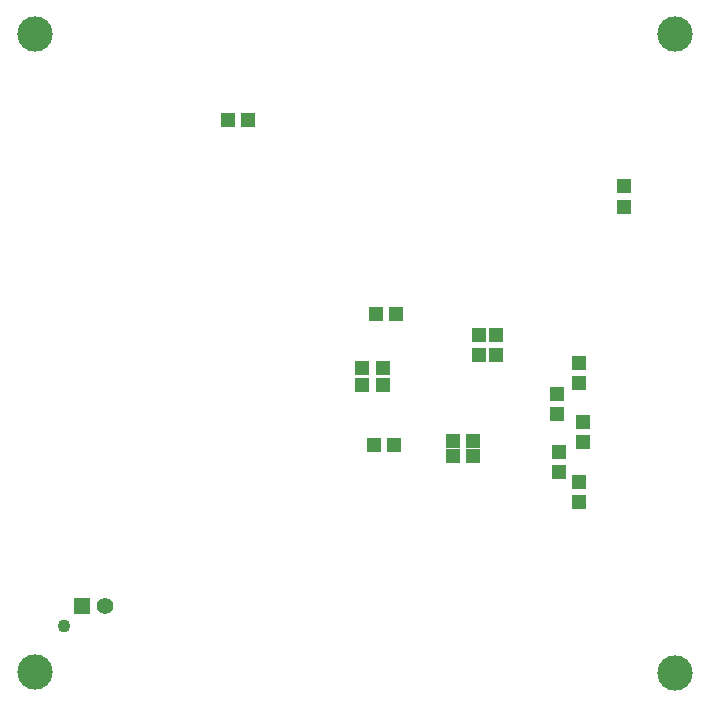
<source format=gbr>
G04 DipTrace 3.2.0.1*
G04 BottomMask.gbr*
%MOIN*%
G04 #@! TF.FileFunction,Soldermask,Bot*
G04 #@! TF.Part,Single*
%ADD51C,0.043307*%
%ADD52C,0.11811*%
%ADD70C,0.055118*%
%ADD72R,0.055118X0.055118*%
%ADD92R,0.047244X0.051181*%
%ADD94R,0.051181X0.047244*%
%FSLAX26Y26*%
G04*
G70*
G90*
G75*
G01*
G04 BotMask*
%LPD*%
D94*
X1609513Y1539521D3*
X1676442D3*
X1609513Y1483272D3*
X1676442D3*
X1722718Y1719096D3*
X1655789D3*
X1910198Y1294140D3*
X1977127D3*
X1647726Y1281642D3*
X1714655D3*
D92*
X2053555Y1580915D3*
Y1647844D3*
X1997301Y1580871D3*
Y1647801D3*
D94*
X1910512Y1243780D3*
X1977441D3*
D72*
X673388Y745930D3*
D70*
X752129D3*
D51*
X614333Y679001D3*
D92*
X2330353Y1092012D3*
Y1158941D3*
X2265377Y1193068D3*
Y1259997D3*
X2346031Y1291118D3*
Y1358047D3*
X2259551Y1384480D3*
Y1451409D3*
X2331281Y1489423D3*
Y1556352D3*
D94*
X1229458Y2365123D3*
X1162529D3*
D92*
X2481378Y2143853D3*
Y2076924D3*
D52*
X516811Y2652350D3*
Y524680D3*
X2651717Y2652350D3*
Y520743D3*
M02*

</source>
